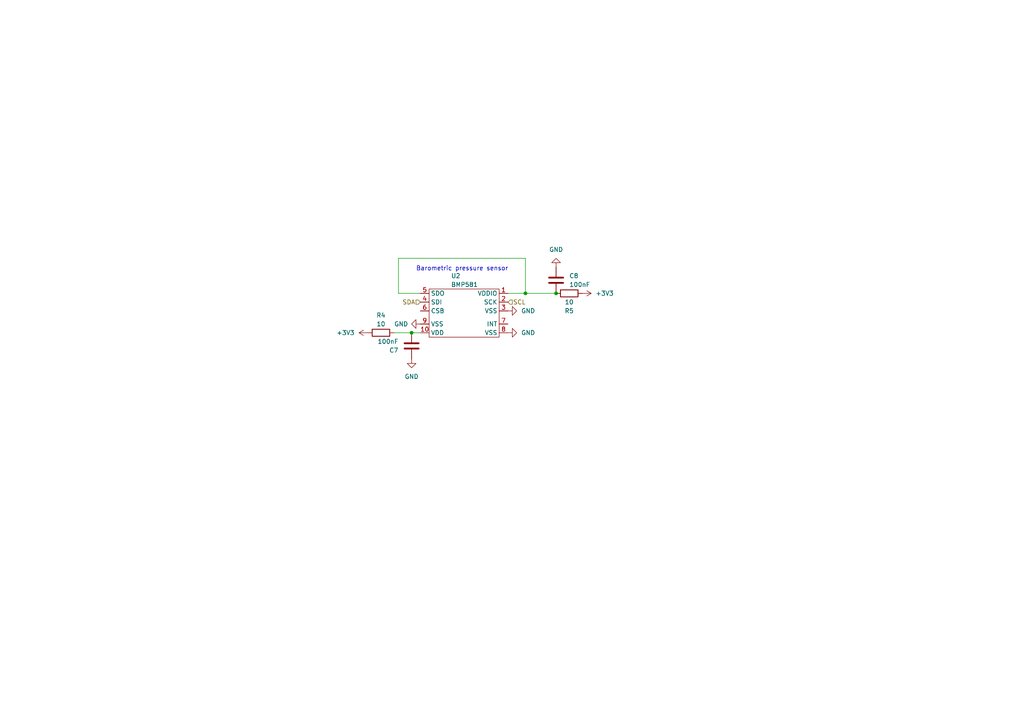
<source format=kicad_sch>
(kicad_sch (version 20230121) (generator eeschema)
  (paper "A4")
  (lib_symbols
    (symbol "BMP581:BMP581"
      (property "Reference" "U" (at 0 13.97 0))
      (property "Value" "BMP581" (at 0 11.43 0))
      (symbol "BMP581_0_0"
        (pin power_in line (at -12.7 -2.54 0) (length 2.54) (name "VDD") (number "10"))
        (pin input line (at 12.7 6.35 180) (length 2.54) (name "SCK") (number "2"))
        (pin power_in line (at 12.7 3.81 180) (length 2.54) (name "VSS") (number "3"))
        (pin bidirectional line (at -12.7 6.35 0) (length 2.54) (name "SDI") (number "4"))
        (pin bidirectional line (at -12.7 8.89 0) (length 2.54) (name "SDO") (number "5"))
        (pin input line (at -12.7 3.81 0) (length 2.54) (name "CSB") (number "6"))
        (pin output line (at 12.7 0 180) (length 2.54) (name "INT") (number "7"))
        (pin power_in line (at 12.7 -2.54 180) (length 2.54) (name "VSS") (number "8"))
        (pin power_in line (at -12.7 0 0) (length 2.54) (name "VSS") (number "9"))
      )
      (symbol "BMP581_0_1"
        (rectangle (start -10.16 10.16) (end 10.16 -3.81))
      )
      (symbol "BMP581_1_1"
        (pin power_in line (at 12.7 8.89 180) (length 2.54) (name "VDDIO") (number "1"))
      )
    )
    (symbol "Device:C" (pin_numbers hide) (pin_names (offset 0.254))
      (property "Reference" "C" (at 0.635 2.54 0))
      (property "Value" "C" (at 0.635 -2.54 0))
      (symbol "C_0_1"
        (polyline (pts (xy -2.032 -0.762) (xy 2.032 -0.762)) (stroke (width 0.508)))
        (polyline (pts (xy -2.032 0.762) (xy 2.032 0.762)) (stroke (width 0.508)))
      )
      (symbol "C_1_1"
        (pin passive line (at 0 3.81 270) (length 2.794) (name "~") (number "1"))
        (pin passive line (at 0 -3.81 90) (length 2.794) (name "~") (number "2"))
      )
    )
    (symbol "Device:R" (pin_numbers hide) (pin_names (offset 0))
      (property "Reference" "R" (at 2.032 0 90))
      (property "Value" "R" (at 0 0 90))
      (symbol "R_0_1"
        (rectangle (start -1.016 -2.54) (end 1.016 2.54) (stroke (width 0.254)))
      )
      (symbol "R_1_1"
        (pin passive line (at 0 3.81 270) (length 1.27) (name "~") (number "1"))
        (pin passive line (at 0 -3.81 90) (length 1.27) (name "~") (number "2"))
      )
    )
    (symbol "power:+3V3" (power) (pin_names (offset 0))
      (property "Value" "+3V3" (at 0 3.556 0))
      (symbol "+3V3_0_1"
        (polyline (pts (xy -0.762 1.27) (xy 0 2.54)))
        (polyline (pts (xy 0 0) (xy 0 2.54)))
        (polyline (pts (xy 0 2.54) (xy 0.762 1.27)))
      )
      (symbol "+3V3_1_1"
        (pin power_in line (at 0 0 90) (length 0) hide (name "+3V3") (number "1"))
      )
    )
    (symbol "power:GND" (power) (pin_names (offset 0))
      (property "Value" "GND" (at 0 -3.81 0))
      (symbol "GND_0_1"
        (polyline (pts (xy 0 0) (xy 0 -1.27) (xy 1.27 -1.27) (xy 0 -2.54) (xy -1.27 -1.27) (xy 0 -1.27)))
      )
      (symbol "GND_1_1"
        (pin power_in line (at 0 0 270) (length 0) hide (name "GND") (number "1"))
      )
    )
  )
  (junction (at 161.29 85.09))
  (junction (at 119.38 96.52))
  (junction (at 152.4 85.09))
  (wire (pts (xy 121.92 96.52) (xy 119.38 96.52)))
  (wire (pts (xy 152.4 85.09) (xy 161.29 85.09)))
  (wire (pts (xy 121.92 85.09) (xy 115.57 85.09)))
  (wire (pts (xy 115.57 74.93) (xy 152.4 74.93)))
  (wire (pts (xy 152.4 74.93) (xy 152.4 85.09)))
  (wire (pts (xy 115.57 85.09) (xy 115.57 74.93)))
  (wire (pts (xy 152.4 85.09) (xy 147.32 85.09)))
  (wire (pts (xy 114.3 96.52) (xy 119.38 96.52)))
  (text "Barometric pressure sensor" (at 120.65 78.74 0) (effects (font (size 1.27 1.27)) (justify left bottom)))
  (hierarchical_label "SCL" (shape input) (at 147.32 87.63 0))
  (hierarchical_label "SDA" (shape input) (at 121.92 87.63 180))
  (symbol (lib_id "Device:R") (at 110.49 96.52 270) (unit 1)
    (property "Reference" "R4" (at 110.49 91.44 90))
    (property "Value" "10" (at 110.49 93.98 90))
    (property "Footprint" "Resistor_SMD:R_0402_1005Metric" (effects hide))
  )
  (symbol (lib_id "Device:C") (at 161.29 81.28 0) (unit 1)
    (property "Reference" "C8" (at 165.1 80.0099 0) (effects (justify left)))
    (property "Value" "100nF" (at 165.1 82.5499 0) (effects (justify left)))
    (property "Footprint" "Capacitor_SMD:C_0805_2012Metric" (effects hide))
  )
  (symbol (lib_id "power:GND") (at 119.38 104.14 0) (mirror y) (unit 1)
    (property "Reference" "#PWR0116" (effects hide))
    (property "Value" "GND" (at 119.38 109.22 0))
  )
  (symbol (lib_id "Device:C") (at 119.38 100.33 180) (unit 1)
    (property "Reference" "C7" (at 115.57 101.6001 0) (effects (justify left)))
    (property "Value" "100nF" (at 115.57 99.0601 0) (effects (justify left)))
    (property "Footprint" "Capacitor_SMD:C_0805_2012Metric" (effects hide))
  )
  (symbol (lib_id "power:GND") (at 147.32 96.52 90) (unit 1)
    (property "Reference" "#PWR0119" (effects hide))
    (property "Value" "GND" (at 151.13 96.5199 90) (effects (justify right)))
  )
  (symbol (lib_id "power:GND") (at 121.92 93.98 270) (unit 1)
    (property "Reference" "#PWR0114" (effects hide))
    (property "Value" "GND" (at 114.3 93.98 90) (effects (justify left)))
  )
  (symbol (lib_id "power:GND") (at 147.32 90.17 90) (unit 1)
    (property "Reference" "#PWR0120" (effects hide))
    (property "Value" "GND" (at 151.13 90.1699 90) (effects (justify right)))
  )
  (symbol (lib_id "power:+3V3") (at 168.91 85.09 270) (unit 1)
    (property "Reference" "#PWR0118" (effects hide))
    (property "Value" "+3V3" (at 172.72 85.0899 90) (effects (justify left)))
  )
  (symbol (lib_id "power:GND") (at 161.29 77.47 0) (mirror x) (unit 1)
    (property "Reference" "#PWR0117" (effects hide))
    (property "Value" "GND" (at 161.29 72.39 0))
  )
  (symbol (lib_id "power:+3V3") (at 106.68 96.52 90) (unit 1)
    (property "Reference" "#PWR0115" (effects hide))
    (property "Value" "+3V3" (at 102.87 96.5201 90) (effects (justify left)))
  )
  (symbol (lib_id "Device:R") (at 165.1 85.09 270) (mirror x) (unit 1)
    (property "Reference" "R5" (at 165.1 90.17 90))
    (property "Value" "10" (at 165.1 87.63 90))
    (property "Footprint" "Resistor_SMD:R_0402_1005Metric" (effects hide))
  )
  (symbol (lib_id "BMP581:BMP581") (at 134.62 93.98 0) (unit 1)
    (property "Reference" "U2" (at 130.81 80.01 0) (effects (justify left)))
    (property "Value" "BMP581" (at 130.81 82.55 0) (effects (justify left)))
    (property "Footprint" "BMP581:BMP581" (effects hide))
  )
)
</source>
